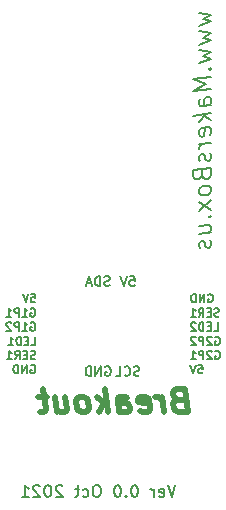
<source format=gbo>
G04 #@! TF.GenerationSoftware,KiCad,Pcbnew,(5.1.10)-1*
G04 #@! TF.CreationDate,2021-10-24T19:52:58-07:00*
G04 #@! TF.ProjectId,project,70726f6a-6563-4742-9e6b-696361645f70,rev?*
G04 #@! TF.SameCoordinates,Original*
G04 #@! TF.FileFunction,Legend,Bot*
G04 #@! TF.FilePolarity,Positive*
%FSLAX46Y46*%
G04 Gerber Fmt 4.6, Leading zero omitted, Abs format (unit mm)*
G04 Created by KiCad (PCBNEW (5.1.10)-1) date 2021-10-24 19:52:58*
%MOMM*%
%LPD*%
G01*
G04 APERTURE LIST*
%ADD10C,0.150000*%
%ADD11C,0.200000*%
%ADD12C,0.500000*%
G04 APERTURE END LIST*
D10*
X129967500Y-133175000D02*
X130034166Y-133141666D01*
X130134166Y-133141666D01*
X130234166Y-133175000D01*
X130300833Y-133241666D01*
X130334166Y-133308333D01*
X130367500Y-133441666D01*
X130367500Y-133541666D01*
X130334166Y-133675000D01*
X130300833Y-133741666D01*
X130234166Y-133808333D01*
X130134166Y-133841666D01*
X130067500Y-133841666D01*
X129967500Y-133808333D01*
X129934166Y-133775000D01*
X129934166Y-133541666D01*
X130067500Y-133541666D01*
X129634166Y-133841666D02*
X129634166Y-133141666D01*
X129234166Y-133841666D01*
X129234166Y-133141666D01*
X128900833Y-133841666D02*
X128900833Y-133141666D01*
X128734166Y-133141666D01*
X128634166Y-133175000D01*
X128567500Y-133241666D01*
X128534166Y-133308333D01*
X128500833Y-133441666D01*
X128500833Y-133541666D01*
X128534166Y-133675000D01*
X128567500Y-133741666D01*
X128634166Y-133808333D01*
X128734166Y-133841666D01*
X128900833Y-133841666D01*
X130900833Y-135008333D02*
X130800833Y-135041666D01*
X130634166Y-135041666D01*
X130567500Y-135008333D01*
X130534166Y-134975000D01*
X130500833Y-134908333D01*
X130500833Y-134841666D01*
X130534166Y-134775000D01*
X130567500Y-134741666D01*
X130634166Y-134708333D01*
X130767500Y-134675000D01*
X130834166Y-134641666D01*
X130867500Y-134608333D01*
X130900833Y-134541666D01*
X130900833Y-134475000D01*
X130867500Y-134408333D01*
X130834166Y-134375000D01*
X130767500Y-134341666D01*
X130600833Y-134341666D01*
X130500833Y-134375000D01*
X130200833Y-134675000D02*
X129967500Y-134675000D01*
X129867500Y-135041666D02*
X130200833Y-135041666D01*
X130200833Y-134341666D01*
X129867500Y-134341666D01*
X129167500Y-135041666D02*
X129400833Y-134708333D01*
X129567500Y-135041666D02*
X129567500Y-134341666D01*
X129300833Y-134341666D01*
X129234166Y-134375000D01*
X129200833Y-134408333D01*
X129167500Y-134475000D01*
X129167500Y-134575000D01*
X129200833Y-134641666D01*
X129234166Y-134675000D01*
X129300833Y-134708333D01*
X129567500Y-134708333D01*
X128500833Y-135041666D02*
X128900833Y-135041666D01*
X128700833Y-135041666D02*
X128700833Y-134341666D01*
X128767500Y-134441666D01*
X128834166Y-134508333D01*
X128900833Y-134541666D01*
X130434166Y-136241666D02*
X130767500Y-136241666D01*
X130767500Y-135541666D01*
X130200833Y-135875000D02*
X129967500Y-135875000D01*
X129867500Y-136241666D02*
X130200833Y-136241666D01*
X130200833Y-135541666D01*
X129867500Y-135541666D01*
X129567500Y-136241666D02*
X129567500Y-135541666D01*
X129400833Y-135541666D01*
X129300833Y-135575000D01*
X129234166Y-135641666D01*
X129200833Y-135708333D01*
X129167500Y-135841666D01*
X129167500Y-135941666D01*
X129200833Y-136075000D01*
X129234166Y-136141666D01*
X129300833Y-136208333D01*
X129400833Y-136241666D01*
X129567500Y-136241666D01*
X128900833Y-135608333D02*
X128867500Y-135575000D01*
X128800833Y-135541666D01*
X128634166Y-135541666D01*
X128567500Y-135575000D01*
X128534166Y-135608333D01*
X128500833Y-135675000D01*
X128500833Y-135741666D01*
X128534166Y-135841666D01*
X128934166Y-136241666D01*
X128500833Y-136241666D01*
X130567500Y-136775000D02*
X130634166Y-136741666D01*
X130734166Y-136741666D01*
X130834166Y-136775000D01*
X130900833Y-136841666D01*
X130934166Y-136908333D01*
X130967500Y-137041666D01*
X130967500Y-137141666D01*
X130934166Y-137275000D01*
X130900833Y-137341666D01*
X130834166Y-137408333D01*
X130734166Y-137441666D01*
X130667500Y-137441666D01*
X130567500Y-137408333D01*
X130534166Y-137375000D01*
X130534166Y-137141666D01*
X130667500Y-137141666D01*
X130267500Y-136808333D02*
X130234166Y-136775000D01*
X130167500Y-136741666D01*
X130000833Y-136741666D01*
X129934166Y-136775000D01*
X129900833Y-136808333D01*
X129867500Y-136875000D01*
X129867500Y-136941666D01*
X129900833Y-137041666D01*
X130300833Y-137441666D01*
X129867500Y-137441666D01*
X129567500Y-137441666D02*
X129567500Y-136741666D01*
X129300833Y-136741666D01*
X129234166Y-136775000D01*
X129200833Y-136808333D01*
X129167500Y-136875000D01*
X129167500Y-136975000D01*
X129200833Y-137041666D01*
X129234166Y-137075000D01*
X129300833Y-137108333D01*
X129567500Y-137108333D01*
X128900833Y-136808333D02*
X128867500Y-136775000D01*
X128800833Y-136741666D01*
X128634166Y-136741666D01*
X128567500Y-136775000D01*
X128534166Y-136808333D01*
X128500833Y-136875000D01*
X128500833Y-136941666D01*
X128534166Y-137041666D01*
X128934166Y-137441666D01*
X128500833Y-137441666D01*
X130567500Y-137975000D02*
X130634166Y-137941666D01*
X130734166Y-137941666D01*
X130834166Y-137975000D01*
X130900833Y-138041666D01*
X130934166Y-138108333D01*
X130967500Y-138241666D01*
X130967500Y-138341666D01*
X130934166Y-138475000D01*
X130900833Y-138541666D01*
X130834166Y-138608333D01*
X130734166Y-138641666D01*
X130667500Y-138641666D01*
X130567500Y-138608333D01*
X130534166Y-138575000D01*
X130534166Y-138341666D01*
X130667500Y-138341666D01*
X130267500Y-138008333D02*
X130234166Y-137975000D01*
X130167500Y-137941666D01*
X130000833Y-137941666D01*
X129934166Y-137975000D01*
X129900833Y-138008333D01*
X129867500Y-138075000D01*
X129867500Y-138141666D01*
X129900833Y-138241666D01*
X130300833Y-138641666D01*
X129867500Y-138641666D01*
X129567500Y-138641666D02*
X129567500Y-137941666D01*
X129300833Y-137941666D01*
X129234166Y-137975000D01*
X129200833Y-138008333D01*
X129167500Y-138075000D01*
X129167500Y-138175000D01*
X129200833Y-138241666D01*
X129234166Y-138275000D01*
X129300833Y-138308333D01*
X129567500Y-138308333D01*
X128500833Y-138641666D02*
X128900833Y-138641666D01*
X128700833Y-138641666D02*
X128700833Y-137941666D01*
X128767500Y-138041666D01*
X128834166Y-138108333D01*
X128900833Y-138141666D01*
X129134166Y-139141666D02*
X129467500Y-139141666D01*
X129500833Y-139475000D01*
X129467500Y-139441666D01*
X129400833Y-139408333D01*
X129234166Y-139408333D01*
X129167500Y-139441666D01*
X129134166Y-139475000D01*
X129100833Y-139541666D01*
X129100833Y-139708333D01*
X129134166Y-139775000D01*
X129167500Y-139808333D01*
X129234166Y-139841666D01*
X129400833Y-139841666D01*
X129467500Y-139808333D01*
X129500833Y-139775000D01*
X128900833Y-139141666D02*
X128667500Y-139841666D01*
X128434166Y-139141666D01*
D11*
X129218571Y-109321339D02*
X130218571Y-109482053D01*
X129504285Y-109857053D01*
X130218571Y-110053482D01*
X129218571Y-110464196D01*
X129218571Y-110892767D02*
X130218571Y-111053482D01*
X129504285Y-111428482D01*
X130218571Y-111624910D01*
X129218571Y-112035625D01*
X129218571Y-112464196D02*
X130218571Y-112624910D01*
X129504285Y-112999910D01*
X130218571Y-113196339D01*
X129218571Y-113607053D01*
X130075714Y-114071339D02*
X130147142Y-114133839D01*
X130218571Y-114053482D01*
X130147142Y-113990982D01*
X130075714Y-114071339D01*
X130218571Y-114053482D01*
X130218571Y-114767767D02*
X128718571Y-114955267D01*
X129790000Y-115321339D01*
X128718571Y-115955267D01*
X130218571Y-115767767D01*
X130218571Y-117124910D02*
X129432857Y-117223125D01*
X129290000Y-117169553D01*
X129218571Y-117035625D01*
X129218571Y-116749910D01*
X129290000Y-116598125D01*
X130147142Y-117133839D02*
X130218571Y-116982053D01*
X130218571Y-116624910D01*
X130147142Y-116490982D01*
X130004285Y-116437410D01*
X129861428Y-116455267D01*
X129718571Y-116544553D01*
X129647142Y-116696339D01*
X129647142Y-117053482D01*
X129575714Y-117205267D01*
X130218571Y-117839196D02*
X128718571Y-118026696D01*
X129647142Y-118053482D02*
X130218571Y-118410625D01*
X129218571Y-118535625D02*
X129790000Y-117892767D01*
X130147142Y-119633839D02*
X130218571Y-119482053D01*
X130218571Y-119196339D01*
X130147142Y-119062410D01*
X130004285Y-119008839D01*
X129432857Y-119080267D01*
X129290000Y-119169553D01*
X129218571Y-119321339D01*
X129218571Y-119607053D01*
X129290000Y-119740982D01*
X129432857Y-119794553D01*
X129575714Y-119776696D01*
X129718571Y-119044553D01*
X130218571Y-120339196D02*
X129218571Y-120464196D01*
X129504285Y-120428482D02*
X129361428Y-120517767D01*
X129290000Y-120598125D01*
X129218571Y-120749910D01*
X129218571Y-120892767D01*
X130147142Y-121205267D02*
X130218571Y-121339196D01*
X130218571Y-121624910D01*
X130147142Y-121776696D01*
X130004285Y-121865982D01*
X129932857Y-121874910D01*
X129790000Y-121821339D01*
X129718571Y-121687410D01*
X129718571Y-121473125D01*
X129647142Y-121339196D01*
X129504285Y-121285625D01*
X129432857Y-121294553D01*
X129290000Y-121383839D01*
X129218571Y-121535625D01*
X129218571Y-121749910D01*
X129290000Y-121883839D01*
X129432857Y-123080267D02*
X129504285Y-123285625D01*
X129575714Y-123348125D01*
X129718571Y-123401696D01*
X129932857Y-123374910D01*
X130075714Y-123285625D01*
X130147142Y-123205267D01*
X130218571Y-123053482D01*
X130218571Y-122482053D01*
X128718571Y-122669553D01*
X128718571Y-123169553D01*
X128790000Y-123303482D01*
X128861428Y-123365982D01*
X129004285Y-123419553D01*
X129147142Y-123401696D01*
X129290000Y-123312410D01*
X129361428Y-123232053D01*
X129432857Y-123080267D01*
X129432857Y-122580267D01*
X130218571Y-124196339D02*
X130147142Y-124062410D01*
X130075714Y-123999910D01*
X129932857Y-123946339D01*
X129504285Y-123999910D01*
X129361428Y-124089196D01*
X129290000Y-124169553D01*
X129218571Y-124321339D01*
X129218571Y-124535625D01*
X129290000Y-124669553D01*
X129361428Y-124732053D01*
X129504285Y-124785625D01*
X129932857Y-124732053D01*
X130075714Y-124642767D01*
X130147142Y-124562410D01*
X130218571Y-124410625D01*
X130218571Y-124196339D01*
X130218571Y-125196339D02*
X129218571Y-126107053D01*
X129218571Y-125321339D02*
X130218571Y-125982053D01*
X130075714Y-126571339D02*
X130147142Y-126633839D01*
X130218571Y-126553482D01*
X130147142Y-126490982D01*
X130075714Y-126571339D01*
X130218571Y-126553482D01*
X129218571Y-128035625D02*
X130218571Y-127910625D01*
X129218571Y-127392767D02*
X130004285Y-127294553D01*
X130147142Y-127348125D01*
X130218571Y-127482053D01*
X130218571Y-127696339D01*
X130147142Y-127848125D01*
X130075714Y-127928482D01*
X130147142Y-128562410D02*
X130218571Y-128696339D01*
X130218571Y-128982053D01*
X130147142Y-129133839D01*
X130004285Y-129223125D01*
X129932857Y-129232053D01*
X129790000Y-129178482D01*
X129718571Y-129044553D01*
X129718571Y-128830267D01*
X129647142Y-128696339D01*
X129504285Y-128642767D01*
X129432857Y-128651696D01*
X129290000Y-128740982D01*
X129218571Y-128892767D01*
X129218571Y-129107053D01*
X129290000Y-129240982D01*
D10*
X127197619Y-149312380D02*
X126864285Y-150312380D01*
X126530952Y-149312380D01*
X125816666Y-150264761D02*
X125911904Y-150312380D01*
X126102380Y-150312380D01*
X126197619Y-150264761D01*
X126245238Y-150169523D01*
X126245238Y-149788571D01*
X126197619Y-149693333D01*
X126102380Y-149645714D01*
X125911904Y-149645714D01*
X125816666Y-149693333D01*
X125769047Y-149788571D01*
X125769047Y-149883809D01*
X126245238Y-149979047D01*
X125340476Y-150312380D02*
X125340476Y-149645714D01*
X125340476Y-149836190D02*
X125292857Y-149740952D01*
X125245238Y-149693333D01*
X125150000Y-149645714D01*
X125054761Y-149645714D01*
X123769047Y-149312380D02*
X123673809Y-149312380D01*
X123578571Y-149360000D01*
X123530952Y-149407619D01*
X123483333Y-149502857D01*
X123435714Y-149693333D01*
X123435714Y-149931428D01*
X123483333Y-150121904D01*
X123530952Y-150217142D01*
X123578571Y-150264761D01*
X123673809Y-150312380D01*
X123769047Y-150312380D01*
X123864285Y-150264761D01*
X123911904Y-150217142D01*
X123959523Y-150121904D01*
X124007142Y-149931428D01*
X124007142Y-149693333D01*
X123959523Y-149502857D01*
X123911904Y-149407619D01*
X123864285Y-149360000D01*
X123769047Y-149312380D01*
X123007142Y-150217142D02*
X122959523Y-150264761D01*
X123007142Y-150312380D01*
X123054761Y-150264761D01*
X123007142Y-150217142D01*
X123007142Y-150312380D01*
X122340476Y-149312380D02*
X122245238Y-149312380D01*
X122150000Y-149360000D01*
X122102380Y-149407619D01*
X122054761Y-149502857D01*
X122007142Y-149693333D01*
X122007142Y-149931428D01*
X122054761Y-150121904D01*
X122102380Y-150217142D01*
X122150000Y-150264761D01*
X122245238Y-150312380D01*
X122340476Y-150312380D01*
X122435714Y-150264761D01*
X122483333Y-150217142D01*
X122530952Y-150121904D01*
X122578571Y-149931428D01*
X122578571Y-149693333D01*
X122530952Y-149502857D01*
X122483333Y-149407619D01*
X122435714Y-149360000D01*
X122340476Y-149312380D01*
X120626190Y-149312380D02*
X120435714Y-149312380D01*
X120340476Y-149360000D01*
X120245238Y-149455238D01*
X120197619Y-149645714D01*
X120197619Y-149979047D01*
X120245238Y-150169523D01*
X120340476Y-150264761D01*
X120435714Y-150312380D01*
X120626190Y-150312380D01*
X120721428Y-150264761D01*
X120816666Y-150169523D01*
X120864285Y-149979047D01*
X120864285Y-149645714D01*
X120816666Y-149455238D01*
X120721428Y-149360000D01*
X120626190Y-149312380D01*
X119340476Y-150264761D02*
X119435714Y-150312380D01*
X119626190Y-150312380D01*
X119721428Y-150264761D01*
X119769047Y-150217142D01*
X119816666Y-150121904D01*
X119816666Y-149836190D01*
X119769047Y-149740952D01*
X119721428Y-149693333D01*
X119626190Y-149645714D01*
X119435714Y-149645714D01*
X119340476Y-149693333D01*
X119054761Y-149645714D02*
X118673809Y-149645714D01*
X118911904Y-149312380D02*
X118911904Y-150169523D01*
X118864285Y-150264761D01*
X118769047Y-150312380D01*
X118673809Y-150312380D01*
X117626190Y-149407619D02*
X117578571Y-149360000D01*
X117483333Y-149312380D01*
X117245238Y-149312380D01*
X117150000Y-149360000D01*
X117102380Y-149407619D01*
X117054761Y-149502857D01*
X117054761Y-149598095D01*
X117102380Y-149740952D01*
X117673809Y-150312380D01*
X117054761Y-150312380D01*
X116435714Y-149312380D02*
X116340476Y-149312380D01*
X116245238Y-149360000D01*
X116197619Y-149407619D01*
X116150000Y-149502857D01*
X116102380Y-149693333D01*
X116102380Y-149931428D01*
X116150000Y-150121904D01*
X116197619Y-150217142D01*
X116245238Y-150264761D01*
X116340476Y-150312380D01*
X116435714Y-150312380D01*
X116530952Y-150264761D01*
X116578571Y-150217142D01*
X116626190Y-150121904D01*
X116673809Y-149931428D01*
X116673809Y-149693333D01*
X116626190Y-149502857D01*
X116578571Y-149407619D01*
X116530952Y-149360000D01*
X116435714Y-149312380D01*
X115721428Y-149407619D02*
X115673809Y-149360000D01*
X115578571Y-149312380D01*
X115340476Y-149312380D01*
X115245238Y-149360000D01*
X115197619Y-149407619D01*
X115150000Y-149502857D01*
X115150000Y-149598095D01*
X115197619Y-149740952D01*
X115769047Y-150312380D01*
X115150000Y-150312380D01*
X114197619Y-150312380D02*
X114769047Y-150312380D01*
X114483333Y-150312380D02*
X114483333Y-149312380D01*
X114578571Y-149455238D01*
X114673809Y-149550476D01*
X114769047Y-149598095D01*
D12*
X127433839Y-142097142D02*
X127160029Y-142192380D01*
X127076696Y-142287619D01*
X127005267Y-142478095D01*
X127040982Y-142763809D01*
X127160029Y-142954285D01*
X127267172Y-143049523D01*
X127469553Y-143144761D01*
X128231458Y-143144761D01*
X127981458Y-141144761D01*
X127314791Y-141144761D01*
X127136220Y-141240000D01*
X127052886Y-141335238D01*
X126981458Y-141525714D01*
X127005267Y-141716190D01*
X127124315Y-141906666D01*
X127231458Y-142001904D01*
X127433839Y-142097142D01*
X128100505Y-142097142D01*
X126231458Y-143144761D02*
X126064791Y-141811428D01*
X126112410Y-142192380D02*
X125993363Y-142001904D01*
X125886220Y-141906666D01*
X125683839Y-141811428D01*
X125493363Y-141811428D01*
X124219553Y-143049523D02*
X124421934Y-143144761D01*
X124802886Y-143144761D01*
X124981458Y-143049523D01*
X125052886Y-142859047D01*
X124957648Y-142097142D01*
X124838601Y-141906666D01*
X124636220Y-141811428D01*
X124255267Y-141811428D01*
X124076696Y-141906666D01*
X124005267Y-142097142D01*
X124029077Y-142287619D01*
X125005267Y-142478095D01*
X122421934Y-143144761D02*
X122290982Y-142097142D01*
X122362410Y-141906666D01*
X122540982Y-141811428D01*
X122921934Y-141811428D01*
X123124315Y-141906666D01*
X122410029Y-143049523D02*
X122612410Y-143144761D01*
X123088601Y-143144761D01*
X123267172Y-143049523D01*
X123338601Y-142859047D01*
X123314791Y-142668571D01*
X123195744Y-142478095D01*
X122993363Y-142382857D01*
X122517172Y-142382857D01*
X122314791Y-142287619D01*
X121469553Y-143144761D02*
X121219553Y-141144761D01*
X121183839Y-142382857D02*
X120707648Y-143144761D01*
X120540982Y-141811428D02*
X121398125Y-142573333D01*
X119564791Y-143144761D02*
X119743363Y-143049523D01*
X119826696Y-142954285D01*
X119898125Y-142763809D01*
X119826696Y-142192380D01*
X119707648Y-142001904D01*
X119600505Y-141906666D01*
X119398125Y-141811428D01*
X119112410Y-141811428D01*
X118933839Y-141906666D01*
X118850505Y-142001904D01*
X118779077Y-142192380D01*
X118850505Y-142763809D01*
X118969553Y-142954285D01*
X119076696Y-143049523D01*
X119279077Y-143144761D01*
X119564791Y-143144761D01*
X117017172Y-141811428D02*
X117183839Y-143144761D01*
X117874315Y-141811428D02*
X118005267Y-142859047D01*
X117933839Y-143049523D01*
X117755267Y-143144761D01*
X117469553Y-143144761D01*
X117267172Y-143049523D01*
X117160029Y-142954285D01*
X116350505Y-141811428D02*
X115588601Y-141811428D01*
X115981458Y-141144761D02*
X116195744Y-142859047D01*
X116124315Y-143049523D01*
X115945744Y-143144761D01*
X115755267Y-143144761D01*
D10*
X123342380Y-131641904D02*
X123723333Y-131641904D01*
X123761428Y-132022857D01*
X123723333Y-131984761D01*
X123647142Y-131946666D01*
X123456666Y-131946666D01*
X123380476Y-131984761D01*
X123342380Y-132022857D01*
X123304285Y-132099047D01*
X123304285Y-132289523D01*
X123342380Y-132365714D01*
X123380476Y-132403809D01*
X123456666Y-132441904D01*
X123647142Y-132441904D01*
X123723333Y-132403809D01*
X123761428Y-132365714D01*
X123075714Y-131641904D02*
X122809047Y-132441904D01*
X122542380Y-131641904D01*
X121259523Y-139300000D02*
X121335714Y-139261904D01*
X121450000Y-139261904D01*
X121564285Y-139300000D01*
X121640476Y-139376190D01*
X121678571Y-139452380D01*
X121716666Y-139604761D01*
X121716666Y-139719047D01*
X121678571Y-139871428D01*
X121640476Y-139947619D01*
X121564285Y-140023809D01*
X121450000Y-140061904D01*
X121373809Y-140061904D01*
X121259523Y-140023809D01*
X121221428Y-139985714D01*
X121221428Y-139719047D01*
X121373809Y-139719047D01*
X120878571Y-140061904D02*
X120878571Y-139261904D01*
X120421428Y-140061904D01*
X120421428Y-139261904D01*
X120040476Y-140061904D02*
X120040476Y-139261904D01*
X119850000Y-139261904D01*
X119735714Y-139300000D01*
X119659523Y-139376190D01*
X119621428Y-139452380D01*
X119583333Y-139604761D01*
X119583333Y-139719047D01*
X119621428Y-139871428D01*
X119659523Y-139947619D01*
X119735714Y-140023809D01*
X119850000Y-140061904D01*
X120040476Y-140061904D01*
X124142380Y-140023809D02*
X124028095Y-140061904D01*
X123837619Y-140061904D01*
X123761428Y-140023809D01*
X123723333Y-139985714D01*
X123685238Y-139909523D01*
X123685238Y-139833333D01*
X123723333Y-139757142D01*
X123761428Y-139719047D01*
X123837619Y-139680952D01*
X123990000Y-139642857D01*
X124066190Y-139604761D01*
X124104285Y-139566666D01*
X124142380Y-139490476D01*
X124142380Y-139414285D01*
X124104285Y-139338095D01*
X124066190Y-139300000D01*
X123990000Y-139261904D01*
X123799523Y-139261904D01*
X123685238Y-139300000D01*
X122885238Y-139985714D02*
X122923333Y-140023809D01*
X123037619Y-140061904D01*
X123113809Y-140061904D01*
X123228095Y-140023809D01*
X123304285Y-139947619D01*
X123342380Y-139871428D01*
X123380476Y-139719047D01*
X123380476Y-139604761D01*
X123342380Y-139452380D01*
X123304285Y-139376190D01*
X123228095Y-139300000D01*
X123113809Y-139261904D01*
X123037619Y-139261904D01*
X122923333Y-139300000D01*
X122885238Y-139338095D01*
X122161428Y-140061904D02*
X122542380Y-140061904D01*
X122542380Y-139261904D01*
X121621428Y-132403809D02*
X121507142Y-132441904D01*
X121316666Y-132441904D01*
X121240476Y-132403809D01*
X121202380Y-132365714D01*
X121164285Y-132289523D01*
X121164285Y-132213333D01*
X121202380Y-132137142D01*
X121240476Y-132099047D01*
X121316666Y-132060952D01*
X121469047Y-132022857D01*
X121545238Y-131984761D01*
X121583333Y-131946666D01*
X121621428Y-131870476D01*
X121621428Y-131794285D01*
X121583333Y-131718095D01*
X121545238Y-131680000D01*
X121469047Y-131641904D01*
X121278571Y-131641904D01*
X121164285Y-131680000D01*
X120821428Y-132441904D02*
X120821428Y-131641904D01*
X120630952Y-131641904D01*
X120516666Y-131680000D01*
X120440476Y-131756190D01*
X120402380Y-131832380D01*
X120364285Y-131984761D01*
X120364285Y-132099047D01*
X120402380Y-132251428D01*
X120440476Y-132327619D01*
X120516666Y-132403809D01*
X120630952Y-132441904D01*
X120821428Y-132441904D01*
X120059523Y-132213333D02*
X119678571Y-132213333D01*
X120135714Y-132441904D02*
X119869047Y-131641904D01*
X119602380Y-132441904D01*
X114972500Y-133141666D02*
X115305833Y-133141666D01*
X115339166Y-133475000D01*
X115305833Y-133441666D01*
X115239166Y-133408333D01*
X115072500Y-133408333D01*
X115005833Y-133441666D01*
X114972500Y-133475000D01*
X114939166Y-133541666D01*
X114939166Y-133708333D01*
X114972500Y-133775000D01*
X115005833Y-133808333D01*
X115072500Y-133841666D01*
X115239166Y-133841666D01*
X115305833Y-133808333D01*
X115339166Y-133775000D01*
X114739166Y-133141666D02*
X114505833Y-133841666D01*
X114272500Y-133141666D01*
X114939166Y-134375000D02*
X115005833Y-134341666D01*
X115105833Y-134341666D01*
X115205833Y-134375000D01*
X115272500Y-134441666D01*
X115305833Y-134508333D01*
X115339166Y-134641666D01*
X115339166Y-134741666D01*
X115305833Y-134875000D01*
X115272500Y-134941666D01*
X115205833Y-135008333D01*
X115105833Y-135041666D01*
X115039166Y-135041666D01*
X114939166Y-135008333D01*
X114905833Y-134975000D01*
X114905833Y-134741666D01*
X115039166Y-134741666D01*
X114239166Y-135041666D02*
X114639166Y-135041666D01*
X114439166Y-135041666D02*
X114439166Y-134341666D01*
X114505833Y-134441666D01*
X114572500Y-134508333D01*
X114639166Y-134541666D01*
X113939166Y-135041666D02*
X113939166Y-134341666D01*
X113672500Y-134341666D01*
X113605833Y-134375000D01*
X113572500Y-134408333D01*
X113539166Y-134475000D01*
X113539166Y-134575000D01*
X113572500Y-134641666D01*
X113605833Y-134675000D01*
X113672500Y-134708333D01*
X113939166Y-134708333D01*
X112872500Y-135041666D02*
X113272500Y-135041666D01*
X113072500Y-135041666D02*
X113072500Y-134341666D01*
X113139166Y-134441666D01*
X113205833Y-134508333D01*
X113272500Y-134541666D01*
X114939166Y-135575000D02*
X115005833Y-135541666D01*
X115105833Y-135541666D01*
X115205833Y-135575000D01*
X115272500Y-135641666D01*
X115305833Y-135708333D01*
X115339166Y-135841666D01*
X115339166Y-135941666D01*
X115305833Y-136075000D01*
X115272500Y-136141666D01*
X115205833Y-136208333D01*
X115105833Y-136241666D01*
X115039166Y-136241666D01*
X114939166Y-136208333D01*
X114905833Y-136175000D01*
X114905833Y-135941666D01*
X115039166Y-135941666D01*
X114239166Y-136241666D02*
X114639166Y-136241666D01*
X114439166Y-136241666D02*
X114439166Y-135541666D01*
X114505833Y-135641666D01*
X114572500Y-135708333D01*
X114639166Y-135741666D01*
X113939166Y-136241666D02*
X113939166Y-135541666D01*
X113672500Y-135541666D01*
X113605833Y-135575000D01*
X113572500Y-135608333D01*
X113539166Y-135675000D01*
X113539166Y-135775000D01*
X113572500Y-135841666D01*
X113605833Y-135875000D01*
X113672500Y-135908333D01*
X113939166Y-135908333D01*
X113272500Y-135608333D02*
X113239166Y-135575000D01*
X113172500Y-135541666D01*
X113005833Y-135541666D01*
X112939166Y-135575000D01*
X112905833Y-135608333D01*
X112872500Y-135675000D01*
X112872500Y-135741666D01*
X112905833Y-135841666D01*
X113305833Y-136241666D01*
X112872500Y-136241666D01*
X114972500Y-137441666D02*
X115305833Y-137441666D01*
X115305833Y-136741666D01*
X114739166Y-137075000D02*
X114505833Y-137075000D01*
X114405833Y-137441666D02*
X114739166Y-137441666D01*
X114739166Y-136741666D01*
X114405833Y-136741666D01*
X114105833Y-137441666D02*
X114105833Y-136741666D01*
X113939166Y-136741666D01*
X113839166Y-136775000D01*
X113772500Y-136841666D01*
X113739166Y-136908333D01*
X113705833Y-137041666D01*
X113705833Y-137141666D01*
X113739166Y-137275000D01*
X113772500Y-137341666D01*
X113839166Y-137408333D01*
X113939166Y-137441666D01*
X114105833Y-137441666D01*
X113039166Y-137441666D02*
X113439166Y-137441666D01*
X113239166Y-137441666D02*
X113239166Y-136741666D01*
X113305833Y-136841666D01*
X113372500Y-136908333D01*
X113439166Y-136941666D01*
X115339166Y-138608333D02*
X115239166Y-138641666D01*
X115072500Y-138641666D01*
X115005833Y-138608333D01*
X114972500Y-138575000D01*
X114939166Y-138508333D01*
X114939166Y-138441666D01*
X114972500Y-138375000D01*
X115005833Y-138341666D01*
X115072500Y-138308333D01*
X115205833Y-138275000D01*
X115272500Y-138241666D01*
X115305833Y-138208333D01*
X115339166Y-138141666D01*
X115339166Y-138075000D01*
X115305833Y-138008333D01*
X115272500Y-137975000D01*
X115205833Y-137941666D01*
X115039166Y-137941666D01*
X114939166Y-137975000D01*
X114639166Y-138275000D02*
X114405833Y-138275000D01*
X114305833Y-138641666D02*
X114639166Y-138641666D01*
X114639166Y-137941666D01*
X114305833Y-137941666D01*
X113605833Y-138641666D02*
X113839166Y-138308333D01*
X114005833Y-138641666D02*
X114005833Y-137941666D01*
X113739166Y-137941666D01*
X113672500Y-137975000D01*
X113639166Y-138008333D01*
X113605833Y-138075000D01*
X113605833Y-138175000D01*
X113639166Y-138241666D01*
X113672500Y-138275000D01*
X113739166Y-138308333D01*
X114005833Y-138308333D01*
X112939166Y-138641666D02*
X113339166Y-138641666D01*
X113139166Y-138641666D02*
X113139166Y-137941666D01*
X113205833Y-138041666D01*
X113272500Y-138108333D01*
X113339166Y-138141666D01*
X114939166Y-139175000D02*
X115005833Y-139141666D01*
X115105833Y-139141666D01*
X115205833Y-139175000D01*
X115272500Y-139241666D01*
X115305833Y-139308333D01*
X115339166Y-139441666D01*
X115339166Y-139541666D01*
X115305833Y-139675000D01*
X115272500Y-139741666D01*
X115205833Y-139808333D01*
X115105833Y-139841666D01*
X115039166Y-139841666D01*
X114939166Y-139808333D01*
X114905833Y-139775000D01*
X114905833Y-139541666D01*
X115039166Y-139541666D01*
X114605833Y-139841666D02*
X114605833Y-139141666D01*
X114205833Y-139841666D01*
X114205833Y-139141666D01*
X113872500Y-139841666D02*
X113872500Y-139141666D01*
X113705833Y-139141666D01*
X113605833Y-139175000D01*
X113539166Y-139241666D01*
X113505833Y-139308333D01*
X113472500Y-139441666D01*
X113472500Y-139541666D01*
X113505833Y-139675000D01*
X113539166Y-139741666D01*
X113605833Y-139808333D01*
X113705833Y-139841666D01*
X113872500Y-139841666D01*
M02*

</source>
